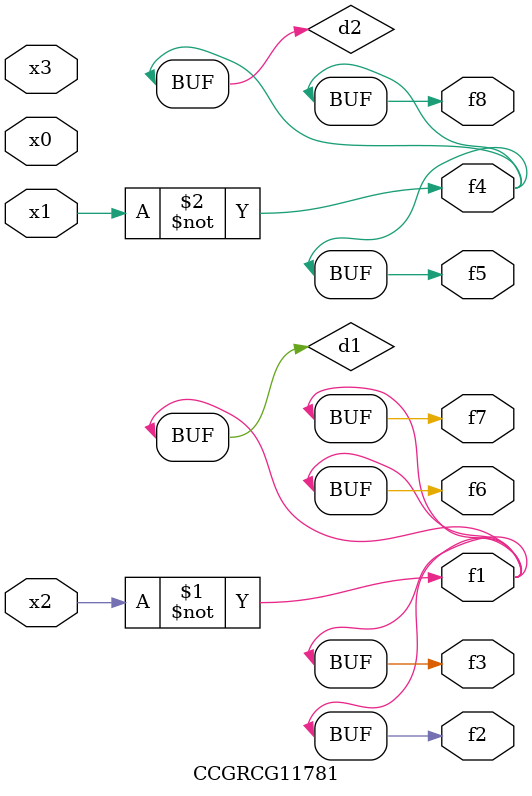
<source format=v>
module CCGRCG11781(
	input x0, x1, x2, x3,
	output f1, f2, f3, f4, f5, f6, f7, f8
);

	wire d1, d2;

	xnor (d1, x2);
	not (d2, x1);
	assign f1 = d1;
	assign f2 = d1;
	assign f3 = d1;
	assign f4 = d2;
	assign f5 = d2;
	assign f6 = d1;
	assign f7 = d1;
	assign f8 = d2;
endmodule

</source>
